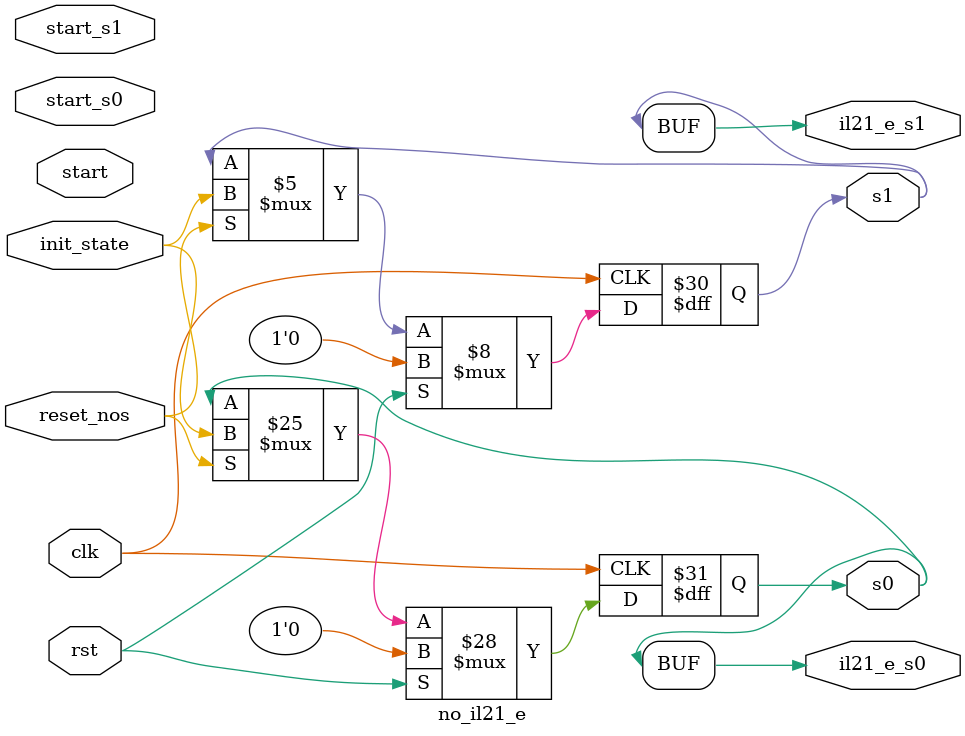
<source format=v>

module no_il21_e
(
  input clk,
  input start,
  input rst,
  input reset_nos,
  input start_s0,
  input start_s1,
  input init_state,
  output reg [1-1:0] s0,
  output reg [1-1:0] s1,
  output [1-1:0] il21_e_s0,
  output [1-1:0] il21_e_s1
);

  reg pass;

  always @(posedge clk) begin
    if(rst) begin
      s0 <= 1'd0;
      pass <= 1'b0;
    end else begin
      if(reset_nos) begin
        s0 <= init_state;
        pass <= 1;
      end else begin
        if(start_s0) begin
          if(pass) begin
            s0 <=  s0 ;
            pass <= 0;
          end else begin
            pass <= 1;
          end
        end 
      end
    end
  end


  always @(posedge clk) begin
    if(rst) begin
      s1 <= 1'd0;
    end else begin
      if(reset_nos) begin
        s1 <= init_state;
      end else begin
        if(start_s1) begin
          s1 <=  s1 ;
        end 
      end
    end
  end

  assign il21_e_s0 = s0;
  assign il21_e_s1 = s1;

endmodule

</source>
